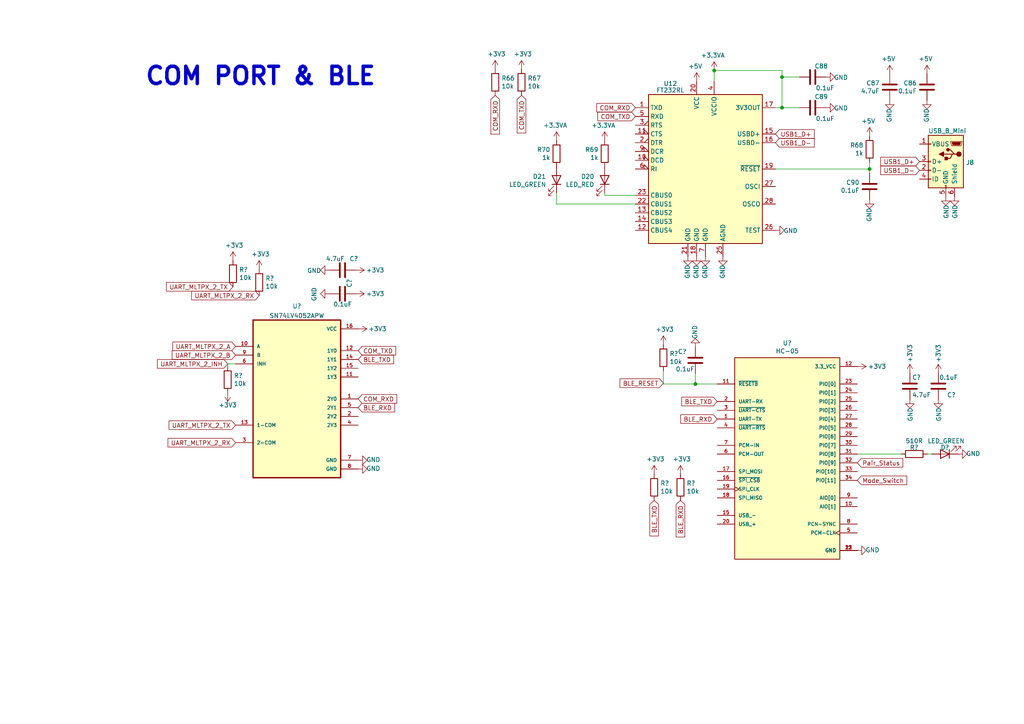
<source format=kicad_sch>
(kicad_sch (version 20211123) (generator eeschema)
  (paper "A4")
  (lib_symbols
    (symbol "Connector:USB_B_Mini" (pin_names (offset 1.016))
      (property "Reference" "J" (at -5.08 11.43 0))
      (property "Value" "USB_B_Mini" (at -5.08 8.89 0))
      (symbol "USB_B_Mini_0_1"
        (rectangle (start -5.08 -7.62) (end 5.08 7.62) (stroke (width 0.254)) (fill (type background)))
        (circle (center -3.81 2.159) (radius 0.635) (stroke (width 0.254)) (fill (type outline)))
        (circle (center -0.635 3.429) (radius 0.381) (stroke (width 0.254)) (fill (type outline)))
        (rectangle (start -0.127 -7.62) (end 0.127 -6.858))
        (polyline (pts (xy -1.905 2.159) (xy 0.635 2.159)) (stroke (width 0.254)))
        (polyline (pts (xy -3.175 2.159) (xy -2.54 2.159) (xy -1.27 3.429) (xy -0.635 3.429)) (stroke (width 0.254)))
        (polyline (pts (xy -2.54 2.159) (xy -1.905 2.159) (xy -1.27 0.889) (xy 0 0.889)) (stroke (width 0.254)))
        (polyline (pts (xy 0.635 2.794) (xy 0.635 1.524) (xy 1.905 2.159) (xy 0.635 2.794)) (stroke (width 0.254)) (fill (type outline)))
        (polyline (pts (xy -4.318 5.588) (xy -1.778 5.588) (xy -2.032 4.826) (xy -4.064 4.826) (xy -4.318 5.588)) (fill (type outline)))
        (polyline (pts (xy -4.699 5.842) (xy -4.699 5.588) (xy -4.445 4.826) (xy -4.445 4.572) (xy -1.651 4.572) (xy -1.651 4.826) (xy -1.397 5.588) (xy -1.397 5.842) (xy -4.699 5.842)))
        (rectangle (start 0.254 1.27) (end -0.508 0.508) (stroke (width 0.254)) (fill (type outline)))
        (rectangle (start 5.08 -5.207) (end 4.318 -4.953))
        (rectangle (start 5.08 -2.667) (end 4.318 -2.413))
        (rectangle (start 5.08 -0.127) (end 4.318 0.127))
        (rectangle (start 5.08 4.953) (end 4.318 5.207))
      )
      (symbol "USB_B_Mini_1_1"
        (pin power_out line (at 7.62 5.08 180) (length 2.54) (name "VBUS") (number "1"))
        (pin bidirectional line (at 7.62 -2.54 180) (length 2.54) (name "D-") (number "2"))
        (pin bidirectional line (at 7.62 0 180) (length 2.54) (name "D+") (number "3"))
        (pin passive line (at 7.62 -5.08 180) (length 2.54) (name "ID") (number "4"))
        (pin power_out line (at 0 -10.16 90) (length 2.54) (name "GND") (number "5"))
        (pin passive line (at -2.54 -10.16 90) (length 2.54) (name "Shield") (number "6"))
      )
    )
    (symbol "Device:C" (pin_numbers hide) (pin_names (offset 0.254))
      (property "Reference" "C" (at 0.635 2.54 0))
      (property "Value" "C" (at 0.635 -2.54 0))
      (symbol "C_0_1"
        (polyline (pts (xy -2.032 -0.762) (xy 2.032 -0.762)) (stroke (width 0.508)))
        (polyline (pts (xy -2.032 0.762) (xy 2.032 0.762)) (stroke (width 0.508)))
      )
      (symbol "C_1_1"
        (pin passive line (at 0 3.81 270) (length 2.794) (name "~") (number "1"))
        (pin passive line (at 0 -3.81 90) (length 2.794) (name "~") (number "2"))
      )
    )
    (symbol "Device:LED" (pin_numbers hide) (pin_names (offset 1.016) hide)
      (property "Reference" "D" (at 0 2.54 0))
      (property "Value" "LED" (at 0 -2.54 0))
      (symbol "LED_0_1"
        (polyline (pts (xy -1.27 -1.27) (xy -1.27 1.27)) (stroke (width 0.254)))
        (polyline (pts (xy -1.27 0) (xy 1.27 0)))
        (polyline (pts (xy 1.27 -1.27) (xy 1.27 1.27) (xy -1.27 0) (xy 1.27 -1.27)) (stroke (width 0.254)))
        (polyline (pts (xy -3.048 -0.762) (xy -4.572 -2.286) (xy -3.81 -2.286) (xy -4.572 -2.286) (xy -4.572 -1.524)))
        (polyline (pts (xy -1.778 -0.762) (xy -3.302 -2.286) (xy -2.54 -2.286) (xy -3.302 -2.286) (xy -3.302 -1.524)))
      )
      (symbol "LED_1_1"
        (pin passive line (at -3.81 0 0) (length 2.54) (name "K") (number "1"))
        (pin passive line (at 3.81 0 180) (length 2.54) (name "A") (number "2"))
      )
    )
    (symbol "Device:R" (pin_numbers hide) (pin_names (offset 0))
      (property "Reference" "R" (at 2.032 0 90))
      (property "Value" "R" (at 0 0 90))
      (symbol "R_0_1"
        (rectangle (start -1.016 -2.54) (end 1.016 2.54) (stroke (width 0.254)))
      )
      (symbol "R_1_1"
        (pin passive line (at 0 3.81 270) (length 1.27) (name "~") (number "1"))
        (pin passive line (at 0 -3.81 90) (length 1.27) (name "~") (number "2"))
      )
    )
    (symbol "Interface_USB:FT232RL"
      (property "Reference" "U" (at -16.51 22.86 0))
      (property "Value" "FT232RL" (at 10.16 22.86 0))
      (symbol "FT232RL_0_1"
        (rectangle (start -16.51 21.59) (end 16.51 -21.59) (stroke (width 0.254)) (fill (type background)))
      )
      (symbol "FT232RL_1_1"
        (pin output line (at 20.32 17.78 180) (length 3.81) (name "TXD") (number "1"))
        (pin input input_low (at 20.32 2.54 180) (length 3.81) (name "DCD") (number "10"))
        (pin input input_low (at 20.32 10.16 180) (length 3.81) (name "CTS") (number "11"))
        (pin bidirectional line (at 20.32 -17.78 180) (length 3.81) (name "CBUS4") (number "12"))
        (pin bidirectional line (at 20.32 -12.7 180) (length 3.81) (name "CBUS2") (number "13"))
        (pin bidirectional line (at 20.32 -15.24 180) (length 3.81) (name "CBUS3") (number "14"))
        (pin bidirectional line (at -20.32 10.16 0) (length 3.81) (name "USBD+") (number "15"))
        (pin bidirectional line (at -20.32 7.62 0) (length 3.81) (name "USBD-") (number "16"))
        (pin power_out line (at -20.32 17.78 0) (length 3.81) (name "3V3OUT") (number "17"))
        (pin power_in line (at 2.54 -25.4 90) (length 3.81) (name "GND") (number "18"))
        (pin input line (at -20.32 0 0) (length 3.81) (name "~{RESET}") (number "19"))
        (pin output output_low (at 20.32 7.62 180) (length 3.81) (name "DTR") (number "2"))
        (pin power_in line (at 2.54 25.4 270) (length 3.81) (name "VCC") (number "20"))
        (pin power_in line (at 5.08 -25.4 90) (length 3.81) (name "GND") (number "21"))
        (pin bidirectional line (at 20.32 -10.16 180) (length 3.81) (name "CBUS1") (number "22"))
        (pin bidirectional line (at 20.32 -7.62 180) (length 3.81) (name "CBUS0") (number "23"))
        (pin power_in line (at -5.08 -25.4 90) (length 3.81) (name "AGND") (number "25"))
        (pin input line (at -20.32 -17.78 0) (length 3.81) (name "TEST") (number "26"))
        (pin input line (at -20.32 -5.08 0) (length 3.81) (name "OSCI") (number "27"))
        (pin output line (at -20.32 -10.16 0) (length 3.81) (name "OSCO") (number "28"))
        (pin output output_low (at 20.32 12.7 180) (length 3.81) (name "RTS") (number "3"))
        (pin power_in line (at -2.54 25.4 270) (length 3.81) (name "VCCIO") (number "4"))
        (pin input line (at 20.32 15.24 180) (length 3.81) (name "RXD") (number "5"))
        (pin input input_low (at 20.32 0 180) (length 3.81) (name "RI") (number "6"))
        (pin power_in line (at 0 -25.4 90) (length 3.81) (name "GND") (number "7"))
        (pin input input_low (at 20.32 5.08 180) (length 3.81) (name "DCR") (number "9"))
      )
    )
    (symbol "RF:HC-05" (pin_names (offset 1.016))
      (property "Reference" "U" (at -15.24 31.115 0))
      (property "Value" "RF_HC-05" (at -15.24 -30.48 0))
      (symbol "HC-05_0_0"
        (rectangle (start -15.24 -27.94) (end 15.24 30.48) (stroke (width 0.254)) (fill (type background)))
        (pin output line (at -20.32 12.7 0) (length 5.08) (name "UART-TX") (number "1"))
        (pin bidirectional line (at 20.32 -12.7 180) (length 5.08) (name "AIO[1]") (number "10"))
        (pin input line (at -20.32 22.86 0) (length 5.08) (name "~{RESETB}") (number "11"))
        (pin power_in line (at 20.32 27.94 180) (length 5.08) (name "3.3_VCC") (number "12"))
        (pin power_in line (at 20.32 -25.4 180) (length 5.08) (name "GND") (number "13"))
        (pin bidirectional line (at -20.32 -15.24 0) (length 5.08) (name "USB_-") (number "15"))
        (pin input line (at -20.32 -5.08 0) (length 5.08) (name "~{SPI_CSB}") (number "16"))
        (pin input line (at -20.32 -2.54 0) (length 5.08) (name "SPI_MOSI") (number "17"))
        (pin output line (at -20.32 -10.16 0) (length 5.08) (name "SPI_MISO") (number "18"))
        (pin input clock (at -20.32 -7.62 0) (length 5.08) (name "SPI_CLK") (number "19"))
        (pin input line (at -20.32 17.78 0) (length 5.08) (name "UART-RX") (number "2"))
        (pin bidirectional line (at -20.32 -17.78 0) (length 5.08) (name "USB_+") (number "20"))
        (pin power_in line (at 20.32 -25.4 180) (length 5.08) (name "GND") (number "21"))
        (pin power_in line (at 20.32 -25.4 180) (length 5.08) (name "GND") (number "22"))
        (pin bidirectional line (at 20.32 22.86 180) (length 5.08) (name "PIO[0]") (number "23"))
        (pin bidirectional line (at 20.32 20.32 180) (length 5.08) (name "PIO[1]") (number "24"))
        (pin bidirectional line (at 20.32 17.78 180) (length 5.08) (name "PIO[2]") (number "25"))
        (pin bidirectional line (at 20.32 15.24 180) (length 5.08) (name "PIO[3]") (number "26"))
        (pin bidirectional line (at 20.32 12.7 180) (length 5.08) (name "PIO[4]") (number "27"))
        (pin bidirectional line (at 20.32 10.16 180) (length 5.08) (name "PIO[5]") (number "28"))
        (pin bidirectional line (at 20.32 7.62 180) (length 5.08) (name "PIO[6]") (number "29"))
        (pin input line (at -20.32 15.24 0) (length 5.08) (name "~{UART-CTS}") (number "3"))
        (pin bidirectional line (at 20.32 5.08 180) (length 5.08) (name "PIO[7]") (number "30"))
        (pin bidirectional line (at 20.32 2.54 180) (length 5.08) (name "PIO[8]") (number "31"))
        (pin bidirectional line (at 20.32 0 180) (length 5.08) (name "PIO[9]") (number "32"))
        (pin bidirectional line (at 20.32 -2.54 180) (length 5.08) (name "PIO[10]") (number "33"))
        (pin bidirectional line (at 20.32 -5.08 180) (length 5.08) (name "PIO[11]") (number "34"))
        (pin output line (at -20.32 10.16 0) (length 5.08) (name "~{UART-RTS}") (number "4"))
        (pin bidirectional clock (at 20.32 -20.32 180) (length 5.08) (name "PCM-CLK") (number "5"))
        (pin output line (at -20.32 2.54 0) (length 5.08) (name "PCM-OUT") (number "6"))
        (pin input line (at -20.32 5.08 0) (length 5.08) (name "PCM-IN") (number "7"))
        (pin bidirectional line (at 20.32 -17.78 180) (length 5.08) (name "PCN-SYNC") (number "8"))
        (pin bidirectional line (at 20.32 -10.16 180) (length 5.08) (name "AIO[0]") (number "9"))
      )
    )
    (symbol "Symbols:SN74LV4052APW" (pin_names (offset 1.016))
      (property "Reference" "U" (at -12.7 23.8506 0))
      (property "Value" "SN74LV4052APW" (at -12.7 -26.8478 0))
      (symbol "SN74LV4052APW_0_0"
        (rectangle (start -12.7 -22.86) (end 12.7 22.86) (stroke (width 0.4064)) (fill (type background)))
        (pin output line (at 17.78 0 180) (length 5.08) (name "2Y0") (number "1"))
        (pin input line (at -17.78 15.24 0) (length 5.08) (name "A") (number "10"))
        (pin output line (at 17.78 6.35 180) (length 5.08) (name "1Y3") (number "11"))
        (pin output line (at 17.78 13.97 180) (length 5.08) (name "1Y0") (number "12"))
        (pin bidirectional line (at -17.78 -7.62 0) (length 5.08) (name "1-COM") (number "13"))
        (pin output line (at 17.78 11.43 180) (length 5.08) (name "1Y1") (number "14"))
        (pin output line (at 17.78 8.89 180) (length 5.08) (name "1Y2") (number "15"))
        (pin power_in line (at 17.78 20.32 180) (length 5.08) (name "VCC") (number "16"))
        (pin output line (at 17.78 -5.08 180) (length 5.08) (name "2Y2") (number "2"))
        (pin bidirectional line (at -17.78 -12.7 0) (length 5.08) (name "2-COM") (number "3"))
        (pin output line (at 17.78 -7.62 180) (length 5.08) (name "2Y3") (number "4"))
        (pin output line (at 17.78 -2.54 180) (length 5.08) (name "2Y1") (number "5"))
        (pin input line (at -17.78 10.16 0) (length 5.08) (name "INH") (number "6"))
        (pin power_in line (at 17.78 -17.78 180) (length 5.08) (name "GND") (number "7"))
        (pin power_in line (at 17.78 -20.32 180) (length 5.08) (name "GND") (number "8"))
        (pin input line (at -17.78 12.7 0) (length 5.08) (name "B") (number "9"))
      )
    )
    (symbol "power:+3.3V" (power) (pin_names (offset 0))
      (property "Value" "+3.3V" (at 0 3.556 0))
      (symbol "+3.3V_0_1"
        (polyline (pts (xy -0.762 1.27) (xy 0 2.54)))
        (polyline (pts (xy 0 0) (xy 0 2.54)))
        (polyline (pts (xy 0 2.54) (xy 0.762 1.27)))
      )
      (symbol "+3.3V_1_1"
        (pin power_in line (at 0 0 90) (length 0) hide (name "+3V3") (number "1"))
      )
    )
    (symbol "power:+3.3VA" (power) (pin_names (offset 0))
      (property "Value" "+3.3VA" (at 0 3.556 0))
      (symbol "+3.3VA_0_1"
        (polyline (pts (xy -0.762 1.27) (xy 0 2.54)))
        (polyline (pts (xy 0 0) (xy 0 2.54)))
        (polyline (pts (xy 0 2.54) (xy 0.762 1.27)))
      )
      (symbol "+3.3VA_1_1"
        (pin power_in line (at 0 0 90) (length 0) hide (name "+3.3VA") (number "1"))
      )
    )
    (symbol "power:+5V" (power) (pin_names (offset 0))
      (property "Value" "+5V" (at 0 3.556 0))
      (symbol "+5V_0_1"
        (polyline (pts (xy -0.762 1.27) (xy 0 2.54)))
        (polyline (pts (xy 0 0) (xy 0 2.54)))
        (polyline (pts (xy 0 2.54) (xy 0.762 1.27)))
      )
      (symbol "+5V_1_1"
        (pin power_in line (at 0 0 90) (length 0) hide (name "+5V") (number "1"))
      )
    )
    (symbol "power:GND" (power) (pin_names (offset 0))
      (property "Value" "GND" (at 0 -3.81 0))
      (symbol "GND_0_1"
        (polyline (pts (xy 0 0) (xy 0 -1.27) (xy 1.27 -1.27) (xy 0 -2.54) (xy -1.27 -1.27) (xy 0 -1.27)))
      )
      (symbol "GND_1_1"
        (pin power_in line (at 0 0 270) (length 0) hide (name "GND") (number "1"))
      )
    )
  )
  (junction (at 252.222 49.022))
  (junction (at 226.822 31.242))
  (junction (at 201.676 111.379))
  (junction (at 226.822 22.352))
  (junction (at 207.137 20.447))
  (wire (pts (xy 66.04 105.537) (xy 68.326 105.537)))
  (wire (pts (xy 184.277 56.642) (xy 175.387 56.642)))
  (wire (pts (xy 192.405 111.379) (xy 201.676 111.379)))
  (wire (pts (xy 226.822 20.447) (xy 226.822 22.352)))
  (wire (pts (xy 261.366 131.699) (xy 248.666 131.699)))
  (wire (pts (xy 201.676 108.331) (xy 201.676 111.379)))
  (wire (pts (xy 161.417 56.007) (xy 161.417 59.182)))
  (wire (pts (xy 270.256 131.699) (xy 268.986 131.699)))
  (wire (pts (xy 252.222 50.292) (xy 252.222 49.022)))
  (wire (pts (xy 224.917 49.022) (xy 252.222 49.022)))
  (wire (pts (xy 226.822 22.352) (xy 226.822 31.242)))
  (wire (pts (xy 226.822 31.242) (xy 231.902 31.242)))
  (wire (pts (xy 66.04 106.299) (xy 66.04 105.537)))
  (wire (pts (xy 207.137 23.622) (xy 207.137 20.447)))
  (wire (pts (xy 231.902 22.352) (xy 226.822 22.352)))
  (wire (pts (xy 184.277 59.182) (xy 161.417 59.182)))
  (wire (pts (xy 201.676 111.379) (xy 208.026 111.379)))
  (wire (pts (xy 207.137 20.447) (xy 226.822 20.447)))
  (wire (pts (xy 175.387 56.642) (xy 175.387 56.007)))
  (wire (pts (xy 224.917 31.242) (xy 226.822 31.242)))
  (wire (pts (xy 192.405 111.379) (xy 192.405 107.569)))
  (wire (pts (xy 252.222 49.022) (xy 252.222 47.117)))
  (text "COM PORT & BLE" (at 41.783 25.146 0) (effects (font (size 5.0038 5.0038) (thickness 1.0008) bold) (justify left bottom)))
  (global_label "COM_RXD" (shape input) (at 184.277 31.242 180) (property "Intersheet References" "${INTERSHEET_REFS}" (effects hide)))
  (global_label "BLE_RXD" (shape input) (at 208.026 121.539 180) (property "Intersheet References" "${INTERSHEET_REFS}" (effects hide)))
  (global_label "UART_MLTPX_2_INH" (shape input) (at 66.04 105.537 180) (property "Intersheet References" "${INTERSHEET_REFS}" (effects hide)))
  (global_label "UART_MLTPX_2_RX" (shape input) (at 75.184 85.725 180) (property "Intersheet References" "${INTERSHEET_REFS}" (effects hide)))
  (global_label "BLE_TXD" (shape input) (at 103.886 104.267 0) (property "Intersheet References" "${INTERSHEET_REFS}" (effects hide)))
  (global_label "BLE_RXD" (shape input) (at 103.886 118.237 0) (property "Intersheet References" "${INTERSHEET_REFS}" (effects hide)))
  (global_label "UART_MLTPX_2_A" (shape input) (at 68.326 100.457 180) (property "Intersheet References" "${INTERSHEET_REFS}" (effects hide)))
  (global_label "BLE_RXD" (shape input) (at 197.358 145.161 270) (property "Intersheet References" "${INTERSHEET_REFS}" (effects hide)))
  (global_label "UART_MLTPX_2_RX" (shape input) (at 68.326 128.397 180) (property "Intersheet References" "${INTERSHEET_REFS}" (effects hide)))
  (global_label "UART_MLTPX_2_TX" (shape input) (at 67.564 83.185 180) (property "Intersheet References" "${INTERSHEET_REFS}" (effects hide)))
  (global_label "Mode_Switch" (shape input) (at 248.666 139.319 0) (property "Intersheet References" "${INTERSHEET_REFS}" (effects hide)))
  (global_label "COM_TXD" (shape input) (at 103.886 101.727 0) (property "Intersheet References" "${INTERSHEET_REFS}" (effects hide)))
  (global_label "BLE_TXD" (shape input) (at 208.026 116.459 180) (property "Intersheet References" "${INTERSHEET_REFS}" (effects hide)))
  (global_label "COM_TXD" (shape input) (at 184.277 33.782 180) (property "Intersheet References" "${INTERSHEET_REFS}" (effects hide)))
  (global_label "UART_MLTPX_2_TX" (shape input) (at 68.326 123.317 180) (property "Intersheet References" "${INTERSHEET_REFS}" (effects hide)))
  (global_label "COM_RXD" (shape input) (at 143.637 27.686 270) (property "Intersheet References" "${INTERSHEET_REFS}" (effects hide)))
  (global_label "BLE_TXD" (shape input) (at 189.738 145.161 270) (property "Intersheet References" "${INTERSHEET_REFS}" (effects hide)))
  (global_label "COM_TXD" (shape input) (at 151.257 27.686 270) (property "Intersheet References" "${INTERSHEET_REFS}" (effects hide)))
  (global_label "Pair_Status" (shape input) (at 248.666 134.239 0) (property "Intersheet References" "${INTERSHEET_REFS}" (effects hide)))
  (global_label "UART_MLTPX_2_B" (shape input) (at 68.326 102.997 180) (property "Intersheet References" "${INTERSHEET_REFS}" (effects hide)))
  (global_label "USB1_D+" (shape input) (at 224.917 38.862 0) (property "Intersheet References" "${INTERSHEET_REFS}" (effects hide)))
  (global_label "COM_RXD" (shape input) (at 103.886 115.697 0) (property "Intersheet References" "${INTERSHEET_REFS}" (effects hide)))
  (global_label "USB1_D-" (shape input) (at 266.7 49.403 180) (property "Intersheet References" "${INTERSHEET_REFS}" (effects hide)))
  (global_label "BLE_RESET" (shape input) (at 192.405 111.125 180) (property "Intersheet References" "${INTERSHEET_REFS}" (effects hide)))
  (global_label "USB1_D-" (shape input) (at 224.917 41.402 0) (property "Intersheet References" "${INTERSHEET_REFS}" (effects hide)))
  (global_label "USB1_D+" (shape input) (at 266.7 46.863 180) (property "Intersheet References" "${INTERSHEET_REFS}" (effects hide)))
  (symbol (lib_id "Device:LED") (at 161.417 52.197 270) (mirror x) (unit 1)
    (property "Reference" "D21" (at 158.4198 51.2064 90) (effects (justify right)))
    (property "Value" "LED_GREEN" (at 158.4198 53.5178 90) (effects (justify right)))
    (property "Footprint" "LED_SMD:LED_0603_1608Metric" (effects hide))
  )
  (symbol (lib_id "Device:R") (at 67.564 79.375 0) (unit 1)
    (property "Reference" "R?" (at 69.342 78.2066 0) (effects (justify left)))
    (property "Value" "10k" (at 69.342 80.518 0) (effects (justify left)))
    (property "Footprint" "Resistor_SMD:R_0603_1608Metric" (effects hide))
  )
  (symbol (lib_id "power:GND") (at 248.666 159.639 90) (unit 1)
    (property "Reference" "#PWR?" (effects hide))
    (property "Value" "GND" (at 253.0602 159.512 90))
  )
  (symbol (lib_id "power:+3.3V") (at 75.184 78.105 0) (unit 1)
    (property "Reference" "#PWR?" (effects hide))
    (property "Value" "+3.3V" (at 75.565 73.7108 0))
  )
  (symbol (lib_id "Device:R") (at 66.04 110.109 180) (unit 1)
    (property "Reference" "R?" (at 67.818 108.9406 0) (effects (justify right)))
    (property "Value" "10k" (at 67.818 111.252 0) (effects (justify right)))
    (property "Footprint" "Resistor_SMD:R_0603_1608Metric" (effects hide))
  )
  (symbol (lib_id "Device:C") (at 263.906 112.014 0) (unit 1)
    (property "Reference" "C?" (at 264.541 109.474 0) (effects (justify left)))
    (property "Value" "4.7uF" (at 264.541 114.554 0) (effects (justify left)))
    (property "Footprint" "Capacitor_SMD:C_0805_2012Metric" (effects hide))
  )
  (symbol (lib_id "Device:LED") (at 274.066 131.699 180) (unit 1)
    (property "Reference" "D?" (at 272.796 129.794 0) (effects (justify right)))
    (property "Value" "LED_GREEN" (at 268.986 127.889 0) (effects (justify right)))
    (property "Footprint" "LED_SMD:LED_0603_1608Metric" (effects hide))
  )
  (symbol (lib_id "Device:R") (at 143.637 23.876 0) (unit 1)
    (property "Reference" "R66" (at 145.415 22.7076 0) (effects (justify left)))
    (property "Value" "10k" (at 145.415 25.019 0) (effects (justify left)))
    (property "Footprint" "Resistor_SMD:R_0603_1608Metric" (effects hide))
  )
  (symbol (lib_id "Device:R") (at 175.387 44.577 0) (mirror y) (unit 1)
    (property "Reference" "R69" (at 173.609 43.4086 0) (effects (justify left)))
    (property "Value" "1k" (at 173.609 45.72 0) (effects (justify left)))
    (property "Footprint" "Resistor_SMD:R_0603_1608Metric" (effects hide))
  )
  (symbol (lib_id "power:+3.3V") (at 189.738 137.541 0) (unit 1)
    (property "Reference" "#PWR?" (effects hide))
    (property "Value" "+3.3V" (at 190.119 133.1468 0))
  )
  (symbol (lib_id "power:GND") (at 276.86 57.023 0) (unit 1)
    (property "Reference" "#PWR0332" (effects hide))
    (property "Value" "GND" (at 276.987 61.4172 90))
  )
  (symbol (lib_id "Device:C") (at 252.222 54.102 0) (mirror y) (unit 1)
    (property "Reference" "C90" (at 249.301 52.9336 0) (effects (justify left)))
    (property "Value" "0.1uF" (at 249.301 55.245 0) (effects (justify left)))
    (property "Footprint" "Capacitor_SMD:C_0603_1608Metric" (effects hide))
  )
  (symbol (lib_id "Device:C") (at 268.859 25.273 0) (mirror y) (unit 1)
    (property "Reference" "C86" (at 265.938 24.1046 0) (effects (justify left)))
    (property "Value" "0.1uF" (at 265.938 26.416 0) (effects (justify left)))
    (property "Footprint" "Capacitor_SMD:C_0603_1608Metric" (effects hide))
  )
  (symbol (lib_id "Device:C") (at 235.712 22.352 90) (mirror x) (unit 1)
    (property "Reference" "C88" (at 240.157 19.177 90) (effects (justify left)))
    (property "Value" "0.1uF" (at 242.062 25.527 90) (effects (justify left)))
    (property "Footprint" "Capacitor_SMD:C_0603_1608Metric" (effects hide))
  )
  (symbol (lib_id "power:GND") (at 204.597 74.422 0) (mirror y) (unit 1)
    (property "Reference" "#PWR0339" (effects hide))
    (property "Value" "GND" (at 204.47 78.8162 90))
  )
  (symbol (lib_id "power:GND") (at 268.859 29.083 0) (mirror y) (unit 1)
    (property "Reference" "#PWR0323" (effects hide))
    (property "Value" "GND" (at 268.732 33.4772 90))
  )
  (symbol (lib_id "Connector:USB_B_Mini") (at 274.32 46.863 0) (mirror y) (unit 1)
    (property "Reference" "J8" (at 280.162 47.1424 0) (effects (justify right)))
    (property "Value" "USB_B_Mini" (at 269.24 37.973 0) (effects (justify right)))
    (property "Footprint" "Connector_USB:USB_Mini-B_Lumberg_2486_01_Horizontal" (effects hide))
  )
  (symbol (lib_id "Symbols:SN74LV4052APW") (at 86.106 115.697 0) (unit 1)
    (property "Reference" "U?" (at 86.106 88.7943 0))
    (property "Value" "SN74LV4052APW" (at 86.106 91.5694 0))
    (property "Footprint" "Package_SO:TSSOP-16_4.4x5mm_P0.65mm" (effects hide))
  )
  (symbol (lib_id "power:GND") (at 95.504 78.359 270) (unit 1)
    (property "Reference" "#PWR?" (effects hide))
    (property "Value" "GND" (at 91.1098 78.486 90))
  )
  (symbol (lib_id "power:GND") (at 272.161 115.824 0) (unit 1)
    (property "Reference" "#PWR?" (effects hide))
    (property "Value" "GND" (at 272.288 120.2182 90))
  )
  (symbol (lib_id "power:+5V") (at 252.222 39.497 0) (mirror y) (unit 1)
    (property "Reference" "#PWR0319" (effects hide))
    (property "Value" "+5V" (at 251.841 35.1028 0))
  )
  (symbol (lib_id "power:GND") (at 201.676 100.711 180) (unit 1)
    (property "Reference" "#PWR?" (effects hide))
    (property "Value" "GND" (at 201.549 96.3168 90))
  )
  (symbol (lib_id "power:+3.3V") (at 192.405 99.949 0) (unit 1)
    (property "Reference" "#PWR?" (effects hide))
    (property "Value" "+3.3V" (at 192.786 95.5548 0))
  )
  (symbol (lib_id "power:+3.3V") (at 66.04 113.919 180) (unit 1)
    (property "Reference" "#PWR?" (effects hide))
    (property "Value" "+3.3V" (at 66.04 117.475 0))
  )
  (symbol (lib_id "power:+3.3V") (at 272.161 108.204 0) (unit 1)
    (property "Reference" "#PWR?" (effects hide))
    (property "Value" "+3.3V" (at 272.161 102.489 90))
  )
  (symbol (lib_id "power:+3.3V") (at 151.257 20.066 0) (unit 1)
    (property "Reference" "#PWR0329" (effects hide))
    (property "Value" "+3.3V" (at 151.638 15.6718 0))
  )
  (symbol (lib_id "Device:R") (at 189.738 141.351 0) (unit 1)
    (property "Reference" "R?" (at 191.516 140.1826 0) (effects (justify left)))
    (property "Value" "10k" (at 191.516 142.494 0) (effects (justify left)))
    (property "Footprint" "Resistor_SMD:R_0603_1608Metric" (effects hide))
  )
  (symbol (lib_id "Device:R") (at 151.257 23.876 0) (unit 1)
    (property "Reference" "R67" (at 153.035 22.7076 0) (effects (justify left)))
    (property "Value" "10k" (at 153.035 25.019 0) (effects (justify left)))
    (property "Footprint" "Resistor_SMD:R_0603_1608Metric" (effects hide))
  )
  (symbol (lib_id "power:GND") (at 258.064 29.083 0) (mirror y) (unit 1)
    (property "Reference" "#PWR0325" (effects hide))
    (property "Value" "GND" (at 257.937 33.4772 90))
  )
  (symbol (lib_id "Interface_USB:FT232RL") (at 204.597 49.022 0) (mirror y) (unit 1)
    (property "Reference" "U12" (at 194.437 24.257 0))
    (property "Value" "FT232RL" (at 194.437 26.162 0))
    (property "Footprint" "Package_SO:SSOP-28_5.3x10.2mm_P0.65mm" (effects hide))
    (property "Datasheet" "https://www.ftdichip.com/Support/Documents/DataSheets/ICs/DS_FT232R.pdf" (effects hide))
  )
  (symbol (lib_id "Device:R") (at 252.222 43.307 0) (mirror y) (unit 1)
    (property "Reference" "R68" (at 250.444 42.1386 0) (effects (justify left)))
    (property "Value" "1k" (at 250.444 44.45 0) (effects (justify left)))
    (property "Footprint" "Resistor_SMD:R_0603_1608Metric" (effects hide))
  )
  (symbol (lib_id "Device:C") (at 99.314 78.359 270) (unit 1)
    (property "Reference" "C?" (at 101.346 75.057 90) (effects (justify left)))
    (property "Value" "4.7uF" (at 94.488 75.057 90) (effects (justify left)))
    (property "Footprint" "Capacitor_SMD:C_0805_2012Metric" (effects hide))
  )
  (symbol (lib_id "power:+3.3VA") (at 161.417 40.767 0) (mirror y) (unit 1)
    (property "Reference" "#PWR0334" (effects hide))
    (property "Value" "+3.3VA" (at 161.036 36.3728 0))
  )
  (symbol (lib_id "power:+3.3VA") (at 207.137 20.447 0) (mirror y) (unit 1)
    (property "Reference" "#PWR0330" (effects hide))
    (property "Value" "+3.3VA" (at 206.756 16.0528 0))
  )
  (symbol (lib_id "Device:C") (at 235.712 31.242 90) (mirror x) (unit 1)
    (property "Reference" "C89" (at 240.157 28.067 90) (effects (justify left)))
    (property "Value" "0.1uF" (at 242.062 34.417 90) (effects (justify left)))
    (property "Footprint" "Capacitor_SMD:C_0603_1608Metric" (effects hide))
  )
  (symbol (lib_id "Device:R") (at 192.405 103.759 0) (unit 1)
    (property "Reference" "R?" (at 194.183 102.5906 0) (effects (justify left)))
    (property "Value" "10k" (at 194.183 104.902 0) (effects (justify left)))
    (property "Footprint" "Resistor_SMD:R_0603_1608Metric" (effects hide))
  )
  (symbol (lib_id "power:GND") (at 202.057 74.422 0) (mirror y) (unit 1)
    (property "Reference" "#PWR0338" (effects hide))
    (property "Value" "GND" (at 201.93 78.8162 90))
  )
  (symbol (lib_id "power:GND") (at 263.906 115.824 0) (unit 1)
    (property "Reference" "#PWR?" (effects hide))
    (property "Value" "GND" (at 264.033 120.2182 90))
  )
  (symbol (lib_id "power:GND") (at 95.504 85.217 270) (unit 1)
    (property "Reference" "#PWR?" (effects hide))
    (property "Value" "GND" (at 91.1098 85.344 0))
  )
  (symbol (lib_id "power:GND") (at 103.886 133.477 90) (unit 1)
    (property "Reference" "#PWR?" (effects hide))
    (property "Value" "GND" (at 108.2802 133.35 90))
  )
  (symbol (lib_id "power:+3.3V") (at 263.906 108.204 0) (unit 1)
    (property "Reference" "#PWR?" (effects hide))
    (property "Value" "+3.3V" (at 263.906 102.489 90))
  )
  (symbol (lib_id "power:GND") (at 224.917 66.802 90) (mirror x) (unit 1)
    (property "Reference" "#PWR0327" (effects hide))
    (property "Value" "GND" (at 229.3112 66.929 90))
  )
  (symbol (lib_id "power:+3.3V") (at 103.124 78.359 270) (unit 1)
    (property "Reference" "#PWR?" (effects hide))
    (property "Value" "+3.3V" (at 108.839 78.359 90))
  )
  (symbol (lib_id "power:GND") (at 209.677 74.422 0) (mirror y) (unit 1)
    (property "Reference" "#PWR0337" (effects hide))
    (property "Value" "GND" (at 209.55 78.8162 90))
  )
  (symbol (lib_id "power:+3.3V") (at 67.564 75.565 0) (unit 1)
    (property "Reference" "#PWR?" (effects hide))
    (property "Value" "+3.3V" (at 67.945 71.1708 0))
  )
  (symbol (lib_id "power:+3.3V") (at 248.666 106.299 270) (unit 1)
    (property "Reference" "#PWR?" (effects hide))
    (property "Value" "+3.3V" (at 254.381 106.299 90))
  )
  (symbol (lib_id "power:GND") (at 277.876 131.699 90) (unit 1)
    (property "Reference" "#PWR?" (effects hide))
    (property "Value" "GND" (at 282.2702 131.572 90))
  )
  (symbol (lib_id "power:+3.3VA") (at 175.387 40.767 0) (mirror y) (unit 1)
    (property "Reference" "#PWR0335" (effects hide))
    (property "Value" "+3.3VA" (at 175.006 36.3728 0))
  )
  (symbol (lib_id "power:+3.3V") (at 197.358 137.541 0) (unit 1)
    (property "Reference" "#PWR?" (effects hide))
    (property "Value" "+3.3V" (at 197.739 133.1468 0))
  )
  (symbol (lib_id "power:+5V") (at 202.057 23.622 0) (mirror y) (unit 1)
    (property "Reference" "#PWR0331" (effects hide))
    (property "Value" "+5V" (at 201.676 19.2278 0))
  )
  (symbol (lib_id "power:+3.3V") (at 143.637 20.066 0) (unit 1)
    (property "Reference" "#PWR0328" (effects hide))
    (property "Value" "+3.3V" (at 144.018 15.6718 0))
  )
  (symbol (lib_id "Device:C") (at 258.064 25.273 0) (mirror y) (unit 1)
    (property "Reference" "C87" (at 255.143 24.1046 0) (effects (justify left)))
    (property "Value" "4.7uF" (at 255.143 26.416 0) (effects (justify left)))
    (property "Footprint" "Capacitor_SMD:C_0805_2012Metric" (effects hide))
  )
  (symbol (lib_id "Device:C") (at 272.161 112.014 180) (unit 1)
    (property "Reference" "C?" (at 277.241 114.554 0) (effects (justify left)))
    (property "Value" "0.1uF" (at 277.876 109.474 0) (effects (justify left)))
    (property "Footprint" "Capacitor_SMD:C_0603_1608Metric" (effects hide))
  )
  (symbol (lib_id "power:GND") (at 103.886 136.017 90) (unit 1)
    (property "Reference" "#PWR?" (effects hide))
    (property "Value" "GND" (at 108.2802 135.89 90))
  )
  (symbol (lib_id "Device:R") (at 161.417 44.577 0) (mirror y) (unit 1)
    (property "Reference" "R70" (at 159.639 43.4086 0) (effects (justify left)))
    (property "Value" "1k" (at 159.639 45.72 0) (effects (justify left)))
    (property "Footprint" "Resistor_SMD:R_0603_1608Metric" (effects hide))
  )
  (symbol (lib_id "power:+3.3V") (at 103.124 85.217 270) (unit 1)
    (property "Reference" "#PWR?" (effects hide))
    (property "Value" "+3.3V" (at 108.839 85.217 90))
  )
  (symbol (lib_id "power:+3.3V") (at 103.886 95.377 270) (unit 1)
    (property "Reference" "#PWR?" (effects hide))
    (property "Value" "+3.3V" (at 109.474 95.377 90))
  )
  (symbol (lib_id "Device:R") (at 265.176 131.699 270) (unit 1)
    (property "Reference" "R?" (at 266.446 129.794 90) (effects (justify right)))
    (property "Value" "510R" (at 267.716 127.889 90) (effects (justify right)))
    (property "Footprint" "Resistor_SMD:R_0603_1608Metric" (effects hide))
  )
  (symbol (lib_id "power:+5V") (at 268.859 21.463 0) (mirror y) (unit 1)
    (property "Reference" "#PWR0322" (effects hide))
    (property "Value" "+5V" (at 268.478 17.0688 0))
  )
  (symbol (lib_id "power:GND") (at 239.522 22.352 90) (mirror x) (unit 1)
    (property "Reference" "#PWR0320" (effects hide))
    (property "Value" "GND" (at 243.9162 22.479 90))
  )
  (symbol (lib_id "Device:R") (at 197.358 141.351 0) (unit 1)
    (property "Reference" "R?" (at 199.136 140.1826 0) (effects (justify left)))
    (property "Value" "10k" (at 199.136 142.494 0) (effects (justify left)))
    (property "Footprint" "Resistor_SMD:R_0603_1608Metric" (effects hide))
  )
  (symbol (lib_id "Device:LED") (at 175.387 52.197 270) (mirror x) (unit 1)
    (property "Reference" "D20" (at 172.3898 51.2064 90) (effects (justify right)))
    (property "Value" "LED_RED" (at 172.3898 53.5178 90) (effects (justify right)))
    (property "Footprint" "LED_SMD:LED_0603_1608Metric" (effects hide))
  )
  (symbol (lib_id "power:+5V") (at 258.064 21.463 0) (mirror y) (unit 1)
    (property "Reference" "#PWR0324" (effects hide))
    (property "Value" "+5V" (at 257.683 17.0688 0))
  )
  (symbol (lib_id "power:GND") (at 199.517 74.422 0) (mirror y) (unit 1)
    (property "Reference" "#PWR0336" (effects hide))
    (property "Value" "GND" (at 199.39 78.8162 90))
  )
  (symbol (lib_id "power:GND") (at 252.222 57.912 0) (mirror y) (unit 1)
    (property "Reference" "#PWR0326" (effects hide))
    (property "Value" "GND" (at 252.095 62.3062 90))
  )
  (symbol (lib_id "Device:C") (at 201.676 104.521 0) (unit 1)
    (property "Reference" "C?" (at 196.596 101.981 0) (effects (justify left)))
    (property "Value" "0.1uF" (at 195.961 107.061 0) (effects (justify left)))
    (property "Footprint" "Capacitor_SMD:C_0603_1608Metric" (effects hide))
  )
  (symbol (lib_id "Device:C") (at 99.314 85.217 90) (unit 1)
    (property "Reference" "C?" (at 101.346 83.439 0) (effects (justify left)))
    (property "Value" "0.1uF" (at 102.108 88.265 90) (effects (justify left)))
    (property "Footprint" "Capacitor_SMD:C_0603_1608Metric" (effects hide))
  )
  (symbol (lib_id "power:GND") (at 274.32 57.023 0) (unit 1)
    (property "Reference" "#PWR0333" (effects hide))
    (property "Value" "GND" (at 274.447 61.4172 90))
  )
  (symbol (lib_id "RF:HC-05") (at 228.346 134.239 0) (unit 1)
    (property "Reference" "U?" (at 228.346 99.5172 0))
    (property "Value" "HC-05" (at 228.346 101.8286 0))
    (property "Footprint" "Footprint:HC-05" (effects hide))
  )
  (symbol (lib_id "power:GND") (at 239.522 31.242 90) (mirror x) (unit 1)
    (property "Reference" "#PWR0321" (effects hide))
    (property "Value" "GND" (at 243.9162 31.369 90))
  )
  (symbol (lib_id "Device:R") (at 75.184 81.915 0) (unit 1)
    (property "Reference" "R?" (at 76.962 80.7466 0) (effects (justify left)))
    (property "Value" "10k" (at 76.962 83.058 0) (effects (justify left)))
    (property "Footprint" "Resistor_SMD:R_0603_1608Metric" (effects hide))
  )
)
</source>
